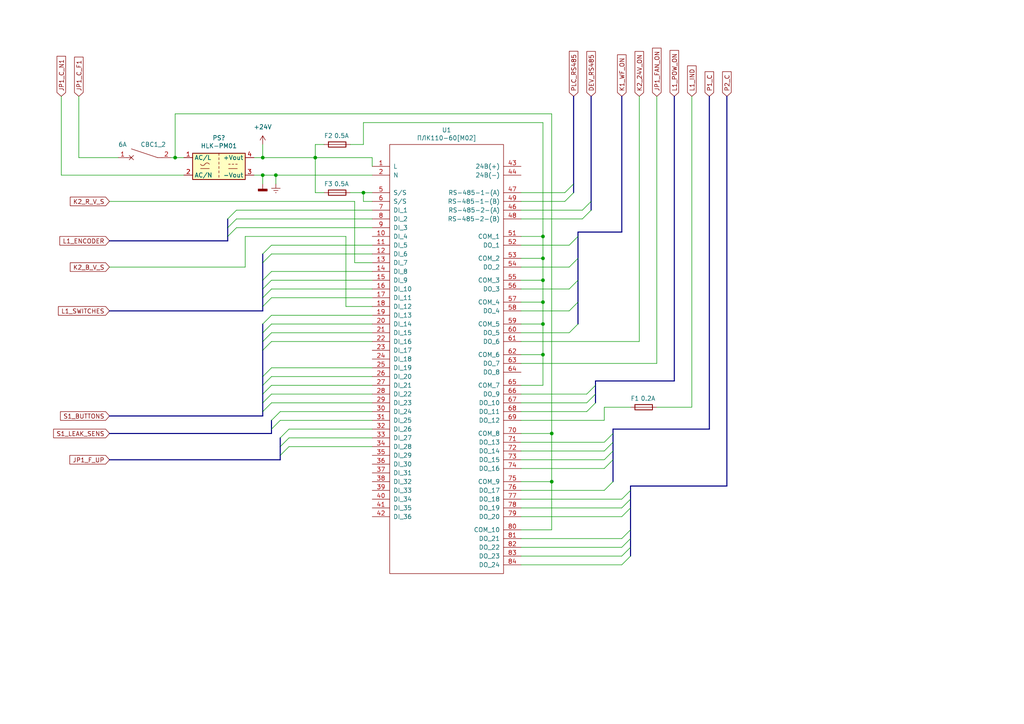
<source format=kicad_sch>
(kicad_sch (version 20211123) (generator eeschema)
  (paper "A4")
  (title_block (title "ПЛК, лист 1") (date "2023-02-01") (rev "2"))
  (lib_symbols
    (symbol "Converter_ACDC:HLK-PM01"
      (property "Reference" "PS" (at 0 5.08 0))
      (property "Value" "HLK-PM01" (at 0 -5.08 0))
      (symbol "HLK-PM01_0_1"
        (rectangle (start -7.62 3.81) (end 7.62 -3.81) (stroke (width 0.254)) (fill (type background)))
        (arc (start -5.334 0.635) (mid -4.699 0.2495) (end -4.064 0.635))
        (arc (start -2.794 0.635) (mid -3.429 1.0072) (end -4.064 0.635))
        (polyline (pts (xy -5.334 -0.635) (xy -2.794 -0.635)))
        (polyline (pts (xy 0 -2.54) (xy 0 -3.175)))
        (polyline (pts (xy 0 -1.27) (xy 0 -1.905)))
        (polyline (pts (xy 0 0) (xy 0 -0.635)))
        (polyline (pts (xy 0 1.27) (xy 0 0.635)))
        (polyline (pts (xy 0 2.54) (xy 0 1.905)))
        (polyline (pts (xy 0 3.81) (xy 0 3.175)))
        (polyline (pts (xy 2.794 -0.635) (xy 5.334 -0.635)))
        (polyline (pts (xy 2.794 0.635) (xy 3.302 0.635)))
        (polyline (pts (xy 3.81 0.635) (xy 4.318 0.635)))
        (polyline (pts (xy 4.826 0.635) (xy 5.334 0.635)))
      )
      (symbol "HLK-PM01_1_1"
        (pin power_in line (at -10.16 2.54 0) (length 2.54) (name "AC/L") (number "1"))
        (pin power_in line (at -10.16 -2.54 0) (length 2.54) (name "AC/N") (number "2"))
        (pin power_out line (at 10.16 -2.54 180) (length 2.54) (name "-Vout") (number "3"))
        (pin power_out line (at 10.16 2.54 180) (length 2.54) (name "+Vout") (number "4"))
      )
    )
    (symbol "Device:CircuitBreaker_1P"
      (property "Reference" "CB" (at 1.905 0 0))
      (property "Value" "CircuitBreaker_1P" (at 1.905 1.905 0))
      (symbol "CircuitBreaker_1P_0_1"
        (polyline (pts (xy 0 -5.08) (xy 0 -3.81)))
        (polyline (pts (xy 0 -3.81) (xy -2.54 3.81)))
      )
      (symbol "CircuitBreaker_1P_1_1"
        (polyline (pts (xy -0.635 4.445) (xy 0.635 3.175)))
        (polyline (pts (xy 0 5.08) (xy 0 3.81)))
        (polyline (pts (xy 0.635 4.445) (xy -0.635 3.175)))
        (pin passive line (at 0 7.62 270) (length 2.54) (name "~") (number "1"))
        (pin passive line (at 0 -7.62 90) (length 2.54) (name "~") (number "2"))
      )
    )
    (symbol "Device:Fuse" (pin_numbers hide) (pin_names (offset 0))
      (property "Reference" "F" (at 2.032 0 90))
      (property "Value" "Fuse" (at -1.905 0 90))
      (symbol "Fuse_0_1"
        (rectangle (start -0.762 -2.54) (end 0.762 2.54) (stroke (width 0.254)))
        (polyline (pts (xy 0 2.54) (xy 0 -2.54)))
      )
      (symbol "Fuse_1_1"
        (pin passive line (at 0 3.81 270) (length 1.27) (name "~") (number "1"))
        (pin passive line (at 0 -3.81 90) (length 1.27) (name "~") (number "2"))
      )
    )
    (symbol "plc_1-rescue:ПЛК110-60[М02]-plc" (pin_names (offset 1.016))
      (property "Reference" "U" (at 0 0 0))
      (property "Value" "ПЛК110-60[М02]-plc" (at 0 2.54 0))
      (symbol "ПЛК110-60[М02]-plc_1_1"
        (rectangle (start -16.51 3.81) (end 16.51 -120.65))
        (pin power_in line (at -21.59 -2.54 0) (length 5.08) (name "L") (number "1"))
        (pin input line (at -21.59 -22.86 0) (length 5.08) (name "DI_4") (number "10"))
        (pin input line (at -21.59 -25.4 0) (length 5.08) (name "DI_5") (number "11"))
        (pin input line (at -21.59 -27.94 0) (length 5.08) (name "DI_6") (number "12"))
        (pin input line (at -21.59 -30.48 0) (length 5.08) (name "DI_7") (number "13"))
        (pin input line (at -21.59 -33.02 0) (length 5.08) (name "DI_8") (number "14"))
        (pin input line (at -21.59 -35.56 0) (length 5.08) (name "DI_9") (number "15"))
        (pin input line (at -21.59 -38.1 0) (length 5.08) (name "DI_10") (number "16"))
        (pin input line (at -21.59 -40.64 0) (length 5.08) (name "DI_11") (number "17"))
        (pin input line (at -21.59 -43.18 0) (length 5.08) (name "DI_12") (number "18"))
        (pin input line (at -21.59 -45.72 0) (length 5.08) (name "DI_13") (number "19"))
        (pin power_in line (at -21.59 -5.08 0) (length 5.08) (name "N") (number "2"))
        (pin input line (at -21.59 -48.26 0) (length 5.08) (name "DI_14") (number "20"))
        (pin input line (at -21.59 -50.8 0) (length 5.08) (name "DI_15") (number "21"))
        (pin input line (at -21.59 -53.34 0) (length 5.08) (name "DI_16") (number "22"))
        (pin input line (at -21.59 -55.88 0) (length 5.08) (name "DI_17") (number "23"))
        (pin input line (at -21.59 -58.42 0) (length 5.08) (name "DI_18") (number "24"))
        (pin input line (at -21.59 -60.96 0) (length 5.08) (name "DI_19") (number "25"))
        (pin input line (at -21.59 -63.5 0) (length 5.08) (name "DI_20") (number "26"))
        (pin input line (at -21.59 -66.04 0) (length 5.08) (name "DI_21") (number "27"))
        (pin input line (at -21.59 -68.58 0) (length 5.08) (name "DI_22") (number "28"))
        (pin input line (at -21.59 -71.12 0) (length 5.08) (name "DI_23") (number "29"))
        (pin input line (at -21.59 -73.66 0) (length 5.08) (name "DI_24") (number "30"))
        (pin input line (at -21.59 -76.2 0) (length 5.08) (name "DI_25") (number "31"))
        (pin input line (at -21.59 -78.74 0) (length 5.08) (name "DI_26") (number "32"))
        (pin input line (at -21.59 -81.28 0) (length 5.08) (name "DI_27") (number "33"))
        (pin input line (at -21.59 -83.82 0) (length 5.08) (name "DI_28") (number "34"))
        (pin input line (at -21.59 -86.36 0) (length 5.08) (name "DI_29") (number "35"))
        (pin input line (at -21.59 -88.9 0) (length 5.08) (name "DI_30") (number "36"))
        (pin input line (at -21.59 -91.44 0) (length 5.08) (name "DI_31") (number "37"))
        (pin input line (at -21.59 -93.98 0) (length 5.08) (name "DI_32") (number "38"))
        (pin input line (at -21.59 -96.52 0) (length 5.08) (name "DI_33") (number "39"))
        (pin input line (at -21.59 -99.06 0) (length 5.08) (name "DI_34") (number "40"))
        (pin input line (at -21.59 -101.6 0) (length 5.08) (name "DI_35") (number "41"))
        (pin input line (at -21.59 -104.14 0) (length 5.08) (name "DI_36") (number "42"))
        (pin power_out line (at 21.59 -2.54 180) (length 5.08) (name "24В(+)") (number "43"))
        (pin power_out line (at 21.59 -5.08 180) (length 5.08) (name "24В(-)") (number "44"))
        (pin bidirectional line (at 21.59 -15.24 180) (length 5.08) (name "RS-485-2-(A)") (number "46"))
        (pin bidirectional line (at 21.59 -10.16 180) (length 5.08) (name "RS-485-1-(A)") (number "47"))
        (pin bidirectional line (at 21.59 -17.78 180) (length 5.08) (name "RS-485-2-(B)") (number "48"))
        (pin bidirectional line (at 21.59 -12.7 180) (length 5.08) (name "RS-485-1-(B)") (number "49"))
        (pin input line (at -21.59 -10.16 0) (length 5.08) (name "S/S") (number "5"))
        (pin output line (at 21.59 -22.86 180) (length 5.08) (name "COM_1") (number "51"))
        (pin output line (at 21.59 -25.4 180) (length 5.08) (name "DO_1") (number "52"))
        (pin output line (at 21.59 -29.21 180) (length 5.08) (name "COM_2") (number "53"))
        (pin output line (at 21.59 -31.75 180) (length 5.08) (name "DO_2") (number "54"))
        (pin output line (at 21.59 -35.56 180) (length 5.08) (name "COM_3") (number "55"))
        (pin output line (at 21.59 -38.1 180) (length 5.08) (name "DO_3") (number "56"))
        (pin output line (at 21.59 -41.91 180) (length 5.08) (name "COM_4") (number "57"))
        (pin output line (at 21.59 -44.45 180) (length 5.08) (name "DO_4") (number "58"))
        (pin output line (at 21.59 -48.26 180) (length 5.08) (name "COM_5") (number "59"))
        (pin input line (at -21.59 -12.7 0) (length 5.08) (name "S/S") (number "6"))
        (pin output line (at 21.59 -50.8 180) (length 5.08) (name "DO_5") (number "60"))
        (pin output line (at 21.59 -53.34 180) (length 5.08) (name "DO_6") (number "61"))
        (pin output line (at 21.59 -57.15 180) (length 5.08) (name "COM_6") (number "62"))
        (pin output line (at 21.59 -59.69 180) (length 5.08) (name "DO_7") (number "63"))
        (pin output line (at 21.59 -62.23 180) (length 5.08) (name "DO_8") (number "64"))
        (pin output line (at 21.59 -66.04 180) (length 5.08) (name "COM_7") (number "65"))
        (pin output line (at 21.59 -68.58 180) (length 5.08) (name "DO_9") (number "66"))
        (pin output line (at 21.59 -71.12 180) (length 5.08) (name "DO_10") (number "67"))
        (pin output line (at 21.59 -73.66 180) (length 5.08) (name "DO_11") (number "68"))
        (pin output line (at 21.59 -76.2 180) (length 5.08) (name "DO_12") (number "69"))
        (pin input line (at -21.59 -15.24 0) (length 5.08) (name "DI_1") (number "7"))
        (pin output line (at 21.59 -80.01 180) (length 5.08) (name "COM_8") (number "70"))
        (pin output line (at 21.59 -82.55 180) (length 5.08) (name "DO_13") (number "71"))
        (pin output line (at 21.59 -85.09 180) (length 5.08) (name "DO_14") (number "72"))
        (pin output line (at 21.59 -87.63 180) (length 5.08) (name "DO_15") (number "73"))
        (pin output line (at 21.59 -90.17 180) (length 5.08) (name "DO_16") (number "74"))
        (pin output line (at 21.59 -93.98 180) (length 5.08) (name "COM_9") (number "75"))
        (pin output line (at 21.59 -96.52 180) (length 5.08) (name "DO_17") (number "76"))
        (pin output line (at 21.59 -99.06 180) (length 5.08) (name "DO_18") (number "77"))
        (pin output line (at 21.59 -101.6 180) (length 5.08) (name "DO_19") (number "78"))
        (pin output line (at 21.59 -104.14 180) (length 5.08) (name "DO_20") (number "79"))
        (pin input line (at -21.59 -17.78 0) (length 5.08) (name "DI_2") (number "8"))
        (pin output line (at 21.59 -107.95 180) (length 5.08) (name "COM_10") (number "80"))
        (pin output line (at 21.59 -110.49 180) (length 5.08) (name "DO_21") (number "81"))
        (pin output line (at 21.59 -113.03 180) (length 5.08) (name "DO_22") (number "82"))
        (pin output line (at 21.59 -115.57 180) (length 5.08) (name "DO_23") (number "83"))
        (pin output line (at 21.59 -118.11 180) (length 5.08) (name "DO_24") (number "84"))
        (pin input line (at -21.59 -20.32 0) (length 5.08) (name "DI_3") (number "9"))
      )
    )
    (symbol "power:+24V" (power) (pin_names (offset 0))
      (property "Value" "+24V" (at 0 3.556 0))
      (symbol "+24V_0_1"
        (polyline (pts (xy -0.762 1.27) (xy 0 2.54)))
        (polyline (pts (xy 0 0) (xy 0 2.54)))
        (polyline (pts (xy 0 2.54) (xy 0.762 1.27)))
      )
      (symbol "+24V_1_1"
        (pin power_in line (at 0 0 90) (length 0) hide (name "+24V") (number "1"))
      )
    )
    (symbol "power:Earth" (power) (pin_names (offset 0))
      (symbol "Earth_0_1"
        (polyline (pts (xy -0.635 -1.905) (xy 0.635 -1.905)))
        (polyline (pts (xy -0.127 -2.54) (xy 0.127 -2.54)))
        (polyline (pts (xy 0 -1.27) (xy 0 0)))
        (polyline (pts (xy 1.27 -1.27) (xy -1.27 -1.27)))
      )
      (symbol "Earth_1_1"
        (pin power_in line (at 0 0 270) (length 0) hide (name "Earth") (number "1"))
      )
    )
    (symbol "power:GNDD" (power) (pin_names (offset 0))
      (property "Value" "GNDD" (at 0 -3.175 0))
      (symbol "GNDD_0_1"
        (rectangle (start -1.27 -1.524) (end 1.27 -2.032) (stroke (width 0.254)) (fill (type outline)))
        (polyline (pts (xy 0 0) (xy 0 -1.524)))
      )
      (symbol "GNDD_1_1"
        (pin power_in line (at 0 0 270) (length 0) hide (name "GNDD") (number "1"))
      )
    )
  )
  (junction (at 157.48 87.63))
  (junction (at 157.48 81.28))
  (junction (at 76.2 50.8))
  (junction (at 157.48 93.98))
  (junction (at 157.48 68.58))
  (junction (at 91.44 45.72))
  (junction (at 76.2 45.72))
  (junction (at 50.8 45.72))
  (junction (at 157.48 74.93))
  (junction (at 160.02 125.73))
  (junction (at 157.48 102.87))
  (junction (at 105.41 55.88))
  (junction (at 80.01 50.8))
  (junction (at 160.02 139.7))
  (bus_entry (at 165.1 96.52) (size 2.54 -2.54))
  (bus_entry (at 76.2 88.9) (size 2.54 -2.54))
  (bus_entry (at 170.18 114.3) (size 2.54 -2.54))
  (bus_entry (at 66.04 63.5) (size 2.54 -2.54))
  (bus_entry (at 76.2 114.3) (size 2.54 -2.54))
  (bus_entry (at 81.28 129.54) (size 2.54 -2.54))
  (bus_entry (at 175.26 135.89) (size 2.54 -2.54))
  (bus_entry (at 163.83 58.42) (size 2.54 -2.54))
  (bus_entry (at 180.34 156.21) (size 2.54 -2.54))
  (bus_entry (at 180.34 163.83) (size 2.54 -2.54))
  (bus_entry (at 165.1 83.82) (size 2.54 -2.54))
  (bus_entry (at 81.28 127) (size 2.54 -2.54))
  (bus_entry (at 76.2 119.38) (size 2.54 -2.54))
  (bus_entry (at 76.2 81.28) (size 2.54 -2.54))
  (bus_entry (at 168.91 63.5) (size 2.54 -2.54))
  (bus_entry (at 180.34 147.32) (size 2.54 -2.54))
  (bus_entry (at 66.04 68.58) (size 2.54 -2.54))
  (bus_entry (at 180.34 161.29) (size 2.54 -2.54))
  (bus_entry (at 175.26 128.27) (size 2.54 -2.54))
  (bus_entry (at 163.83 55.88) (size 2.54 -2.54))
  (bus_entry (at 168.91 60.96) (size 2.54 -2.54))
  (bus_entry (at 180.34 158.75) (size 2.54 -2.54))
  (bus_entry (at 76.2 99.06) (size 2.54 -2.54))
  (bus_entry (at 76.2 116.84) (size 2.54 -2.54))
  (bus_entry (at 76.2 83.82) (size 2.54 -2.54))
  (bus_entry (at 180.34 149.86) (size 2.54 -2.54))
  (bus_entry (at 175.26 130.81) (size 2.54 -2.54))
  (bus_entry (at 81.28 132.08) (size 2.54 -2.54))
  (bus_entry (at 78.74 121.92) (size 2.54 -2.54))
  (bus_entry (at 165.1 77.47) (size 2.54 -2.54))
  (bus_entry (at 170.18 119.38) (size 2.54 -2.54))
  (bus_entry (at 76.2 96.52) (size 2.54 -2.54))
  (bus_entry (at 180.34 144.78) (size 2.54 -2.54))
  (bus_entry (at 170.18 116.84) (size 2.54 -2.54))
  (bus_entry (at 76.2 86.36) (size 2.54 -2.54))
  (bus_entry (at 76.2 109.22) (size 2.54 -2.54))
  (bus_entry (at 76.2 93.98) (size 2.54 -2.54))
  (bus_entry (at 175.26 133.35) (size 2.54 -2.54))
  (bus_entry (at 175.26 142.24) (size 2.54 -2.54))
  (bus_entry (at 76.2 76.2) (size 2.54 -2.54))
  (bus_entry (at 76.2 101.6) (size 2.54 -2.54))
  (bus_entry (at 76.2 73.66) (size 2.54 -2.54))
  (bus_entry (at 66.04 66.04) (size 2.54 -2.54))
  (bus_entry (at 78.74 124.46) (size 2.54 -2.54))
  (bus_entry (at 165.1 90.17) (size 2.54 -2.54))
  (bus_entry (at 165.1 71.12) (size 2.54 -2.54))
  (bus_entry (at 76.2 111.76) (size 2.54 -2.54))
  (wire (pts (xy 107.95 81.28) (xy 78.74 81.28)))
  (wire (pts (xy 78.74 106.68) (xy 107.95 106.68)))
  (wire (pts (xy 151.13 60.96) (xy 168.91 60.96)))
  (wire (pts (xy 76.2 45.72) (xy 91.44 45.72)))
  (wire (pts (xy 157.48 68.58) (xy 157.48 74.93)))
  (wire (pts (xy 80.01 50.8) (xy 107.95 50.8)))
  (wire (pts (xy 80.01 50.8) (xy 80.01 53.34)))
  (bus (pts (xy 31.75 133.35) (xy 81.28 133.35)))
  (bus (pts (xy 205.74 27.94) (xy 205.74 124.46)))
  (wire (pts (xy 101.6 55.88) (xy 105.41 55.88)))
  (wire (pts (xy 107.95 45.72) (xy 107.95 48.26)))
  (bus (pts (xy 182.88 144.78) (xy 182.88 147.32)))
  (wire (pts (xy 151.13 93.98) (xy 157.48 93.98)))
  (wire (pts (xy 76.2 41.91) (xy 76.2 45.72)))
  (wire (pts (xy 151.13 161.29) (xy 180.34 161.29)))
  (wire (pts (xy 151.13 74.93) (xy 157.48 74.93)))
  (bus (pts (xy 167.64 68.58) (xy 167.64 74.93)))
  (bus (pts (xy 195.58 110.49) (xy 172.72 110.49)))
  (wire (pts (xy 93.98 55.88) (xy 91.44 55.88)))
  (wire (pts (xy 76.2 50.8) (xy 80.01 50.8)))
  (wire (pts (xy 107.95 99.06) (xy 78.74 99.06)))
  (bus (pts (xy 210.82 27.94) (xy 210.82 140.97)))
  (wire (pts (xy 200.66 118.11) (xy 190.5 118.11)))
  (wire (pts (xy 185.42 27.94) (xy 185.42 99.06)))
  (wire (pts (xy 78.74 71.12) (xy 107.95 71.12)))
  (wire (pts (xy 151.13 116.84) (xy 170.18 116.84)))
  (wire (pts (xy 83.82 129.54) (xy 107.95 129.54)))
  (wire (pts (xy 151.13 142.24) (xy 175.26 142.24)))
  (wire (pts (xy 151.13 55.88) (xy 163.83 55.88)))
  (bus (pts (xy 81.28 127) (xy 81.28 129.54)))
  (bus (pts (xy 76.2 101.6) (xy 76.2 109.22)))
  (bus (pts (xy 167.64 74.93) (xy 167.64 81.28)))
  (bus (pts (xy 182.88 153.67) (xy 182.88 156.21)))
  (wire (pts (xy 151.13 58.42) (xy 163.83 58.42)))
  (bus (pts (xy 76.2 120.65) (xy 31.75 120.65)))
  (wire (pts (xy 78.74 116.84) (xy 107.95 116.84)))
  (wire (pts (xy 157.48 87.63) (xy 157.48 93.98)))
  (wire (pts (xy 185.42 99.06) (xy 151.13 99.06)))
  (wire (pts (xy 17.78 27.94) (xy 17.78 50.8)))
  (wire (pts (xy 151.13 77.47) (xy 165.1 77.47)))
  (bus (pts (xy 81.28 132.08) (xy 81.28 133.35)))
  (bus (pts (xy 182.88 158.75) (xy 182.88 161.29)))
  (wire (pts (xy 157.48 111.76) (xy 157.48 102.87)))
  (bus (pts (xy 78.74 124.46) (xy 78.74 125.73)))
  (wire (pts (xy 49.53 45.72) (xy 50.8 45.72)))
  (wire (pts (xy 151.13 128.27) (xy 175.26 128.27)))
  (bus (pts (xy 172.72 110.49) (xy 172.72 111.76)))
  (wire (pts (xy 160.02 153.67) (xy 151.13 153.67)))
  (wire (pts (xy 151.13 81.28) (xy 157.48 81.28)))
  (wire (pts (xy 151.13 63.5) (xy 168.91 63.5)))
  (wire (pts (xy 151.13 68.58) (xy 157.48 68.58)))
  (wire (pts (xy 102.87 76.2) (xy 107.95 76.2)))
  (wire (pts (xy 107.95 86.36) (xy 78.74 86.36)))
  (wire (pts (xy 50.8 45.72) (xy 53.34 45.72)))
  (bus (pts (xy 177.8 128.27) (xy 177.8 130.81)))
  (wire (pts (xy 71.12 77.47) (xy 71.12 68.58)))
  (bus (pts (xy 167.64 81.28) (xy 167.64 87.63)))
  (wire (pts (xy 91.44 55.88) (xy 91.44 45.72)))
  (bus (pts (xy 205.74 124.46) (xy 177.8 124.46)))
  (bus (pts (xy 76.2 76.2) (xy 76.2 81.28)))
  (bus (pts (xy 76.2 111.76) (xy 76.2 114.3)))
  (bus (pts (xy 76.2 99.06) (xy 76.2 101.6)))
  (bus (pts (xy 76.2 86.36) (xy 76.2 88.9)))
  (wire (pts (xy 22.86 27.94) (xy 22.86 45.72)))
  (wire (pts (xy 151.13 135.89) (xy 175.26 135.89)))
  (wire (pts (xy 78.74 96.52) (xy 107.95 96.52)))
  (bus (pts (xy 166.37 53.34) (xy 166.37 55.88)))
  (wire (pts (xy 151.13 133.35) (xy 175.26 133.35)))
  (wire (pts (xy 151.13 163.83) (xy 180.34 163.83)))
  (bus (pts (xy 172.72 114.3) (xy 172.72 116.84)))
  (wire (pts (xy 160.02 139.7) (xy 160.02 153.67)))
  (wire (pts (xy 151.13 121.92) (xy 175.26 121.92)))
  (bus (pts (xy 210.82 140.97) (xy 182.88 140.97)))
  (wire (pts (xy 151.13 125.73) (xy 160.02 125.73)))
  (wire (pts (xy 50.8 33.02) (xy 50.8 45.72)))
  (wire (pts (xy 91.44 41.91) (xy 91.44 45.72)))
  (bus (pts (xy 31.75 125.73) (xy 78.74 125.73)))
  (bus (pts (xy 166.37 27.94) (xy 166.37 53.34)))
  (bus (pts (xy 177.8 125.73) (xy 177.8 124.46)))
  (wire (pts (xy 151.13 83.82) (xy 165.1 83.82)))
  (wire (pts (xy 71.12 68.58) (xy 100.33 68.58)))
  (wire (pts (xy 105.41 58.42) (xy 107.95 58.42)))
  (wire (pts (xy 68.58 63.5) (xy 107.95 63.5)))
  (wire (pts (xy 151.13 139.7) (xy 160.02 139.7)))
  (wire (pts (xy 151.13 96.52) (xy 165.1 96.52)))
  (wire (pts (xy 76.2 50.8) (xy 76.2 53.34)))
  (bus (pts (xy 76.2 83.82) (xy 76.2 86.36)))
  (wire (pts (xy 101.6 41.91) (xy 105.41 41.91)))
  (wire (pts (xy 73.66 50.8) (xy 76.2 50.8)))
  (wire (pts (xy 93.98 41.91) (xy 91.44 41.91)))
  (wire (pts (xy 105.41 41.91) (xy 105.41 35.56)))
  (bus (pts (xy 171.45 27.94) (xy 171.45 58.42)))
  (wire (pts (xy 31.75 77.47) (xy 71.12 77.47)))
  (wire (pts (xy 107.95 93.98) (xy 78.74 93.98)))
  (wire (pts (xy 68.58 60.96) (xy 107.95 60.96)))
  (bus (pts (xy 76.2 109.22) (xy 76.2 111.76)))
  (wire (pts (xy 78.74 78.74) (xy 107.95 78.74)))
  (wire (pts (xy 22.86 45.72) (xy 34.29 45.72)))
  (wire (pts (xy 91.44 45.72) (xy 107.95 45.72)))
  (bus (pts (xy 76.2 73.66) (xy 76.2 76.2)))
  (bus (pts (xy 182.88 147.32) (xy 182.88 153.67)))
  (wire (pts (xy 105.41 35.56) (xy 157.48 35.56)))
  (bus (pts (xy 76.2 96.52) (xy 76.2 99.06)))
  (bus (pts (xy 180.34 67.31) (xy 167.64 67.31)))
  (bus (pts (xy 31.75 90.17) (xy 76.2 90.17)))
  (wire (pts (xy 17.78 50.8) (xy 53.34 50.8)))
  (bus (pts (xy 171.45 58.42) (xy 171.45 60.96)))
  (bus (pts (xy 177.8 133.35) (xy 177.8 139.7)))
  (wire (pts (xy 81.28 121.92) (xy 107.95 121.92)))
  (wire (pts (xy 78.74 109.22) (xy 107.95 109.22)))
  (wire (pts (xy 107.95 55.88) (xy 105.41 55.88)))
  (wire (pts (xy 102.87 58.42) (xy 102.87 76.2)))
  (wire (pts (xy 81.28 119.38) (xy 107.95 119.38)))
  (wire (pts (xy 83.82 127) (xy 107.95 127)))
  (wire (pts (xy 151.13 87.63) (xy 157.48 87.63)))
  (bus (pts (xy 76.2 114.3) (xy 76.2 116.84)))
  (bus (pts (xy 182.88 156.21) (xy 182.88 158.75)))
  (bus (pts (xy 172.72 111.76) (xy 172.72 114.3)))
  (wire (pts (xy 151.13 130.81) (xy 175.26 130.81)))
  (bus (pts (xy 76.2 116.84) (xy 76.2 119.38)))
  (wire (pts (xy 78.74 83.82) (xy 107.95 83.82)))
  (wire (pts (xy 160.02 125.73) (xy 160.02 139.7)))
  (wire (pts (xy 175.26 118.11) (xy 182.88 118.11)))
  (wire (pts (xy 73.66 45.72) (xy 76.2 45.72)))
  (wire (pts (xy 151.13 71.12) (xy 165.1 71.12)))
  (bus (pts (xy 76.2 119.38) (xy 76.2 120.65)))
  (bus (pts (xy 195.58 27.94) (xy 195.58 110.49)))
  (bus (pts (xy 167.64 68.58) (xy 167.64 67.31)))
  (wire (pts (xy 83.82 124.46) (xy 107.95 124.46)))
  (wire (pts (xy 200.66 27.94) (xy 200.66 118.11)))
  (bus (pts (xy 66.04 66.04) (xy 66.04 68.58)))
  (wire (pts (xy 100.33 88.9) (xy 107.95 88.9)))
  (bus (pts (xy 76.2 81.28) (xy 76.2 83.82)))
  (wire (pts (xy 157.48 35.56) (xy 157.48 68.58)))
  (wire (pts (xy 151.13 119.38) (xy 170.18 119.38)))
  (wire (pts (xy 151.13 102.87) (xy 157.48 102.87)))
  (wire (pts (xy 78.74 111.76) (xy 107.95 111.76)))
  (bus (pts (xy 76.2 93.98) (xy 76.2 96.52)))
  (wire (pts (xy 31.75 58.42) (xy 102.87 58.42)))
  (wire (pts (xy 107.95 91.44) (xy 78.74 91.44)))
  (wire (pts (xy 100.33 68.58) (xy 100.33 88.9)))
  (wire (pts (xy 151.13 156.21) (xy 180.34 156.21)))
  (bus (pts (xy 182.88 142.24) (xy 182.88 144.78)))
  (wire (pts (xy 50.8 33.02) (xy 160.02 33.02)))
  (bus (pts (xy 180.34 27.94) (xy 180.34 67.31)))
  (wire (pts (xy 151.13 158.75) (xy 180.34 158.75)))
  (wire (pts (xy 157.48 74.93) (xy 157.48 81.28)))
  (wire (pts (xy 190.5 105.41) (xy 151.13 105.41)))
  (wire (pts (xy 151.13 147.32) (xy 180.34 147.32)))
  (wire (pts (xy 190.5 27.94) (xy 190.5 105.41)))
  (wire (pts (xy 105.41 55.88) (xy 105.41 58.42)))
  (wire (pts (xy 160.02 33.02) (xy 160.02 125.73)))
  (bus (pts (xy 167.64 87.63) (xy 167.64 93.98)))
  (wire (pts (xy 151.13 111.76) (xy 157.48 111.76)))
  (bus (pts (xy 177.8 125.73) (xy 177.8 128.27)))
  (wire (pts (xy 151.13 149.86) (xy 180.34 149.86)))
  (bus (pts (xy 81.28 129.54) (xy 81.28 132.08)))
  (wire (pts (xy 175.26 118.11) (xy 175.26 121.92)))
  (wire (pts (xy 157.48 93.98) (xy 157.48 102.87)))
  (bus (pts (xy 31.75 69.85) (xy 66.04 69.85)))
  (bus (pts (xy 66.04 68.58) (xy 66.04 69.85)))
  (bus (pts (xy 78.74 121.92) (xy 78.74 124.46)))
  (bus (pts (xy 182.88 142.24) (xy 182.88 140.97)))
  (bus (pts (xy 66.04 63.5) (xy 66.04 66.04)))
  (wire (pts (xy 151.13 114.3) (xy 170.18 114.3)))
  (wire (pts (xy 68.58 66.04) (xy 107.95 66.04)))
  (bus (pts (xy 177.8 130.81) (xy 177.8 133.35)))
  (wire (pts (xy 151.13 90.17) (xy 165.1 90.17)))
  (bus (pts (xy 76.2 88.9) (xy 76.2 90.17)))
  (wire (pts (xy 157.48 81.28) (xy 157.48 87.63)))
  (wire (pts (xy 78.74 73.66) (xy 107.95 73.66)))
  (wire (pts (xy 78.74 114.3) (xy 107.95 114.3)))
  (wire (pts (xy 151.13 144.78) (xy 180.34 144.78)))
  (global_label "Р1_C" (shape input) (at 205.74 27.94 90) (property "Intersheet References" "${INTERSHEET_REFS}" (effects hide)))
  (global_label "JP1_F_UP" (shape input) (at 31.75 133.35 180) (property "Intersheet References" "${INTERSHEET_REFS}" (effects hide)))
  (global_label "L1_SWITCHES" (shape input) (at 31.75 90.17 180) (property "Intersheet References" "${INTERSHEET_REFS}" (effects hide)))
  (global_label "L1_IND" (shape input) (at 200.66 27.94 90) (property "Intersheet References" "${INTERSHEET_REFS}" (effects hide)))
  (global_label "L1_ENCODER" (shape input) (at 31.75 69.85 180) (property "Intersheet References" "${INTERSHEET_REFS}" (effects hide)))
  (global_label "S1_BUTTONS" (shape input) (at 31.75 120.65 180) (property "Intersheet References" "${INTERSHEET_REFS}" (effects hide)))
  (global_label "Р2_C" (shape input) (at 210.82 27.94 90) (property "Intersheet References" "${INTERSHEET_REFS}" (effects hide)))
  (global_label "S1_LEAK_SENS" (shape input) (at 31.75 125.73 180) (property "Intersheet References" "${INTERSHEET_REFS}" (effects hide)))
  (global_label "K2_B_V_S" (shape input) (at 31.75 77.47 180) (property "Intersheet References" "${INTERSHEET_REFS}" (effects hide)))
  (global_label "K2_R_V_S" (shape input) (at 31.75 58.42 180) (property "Intersheet References" "${INTERSHEET_REFS}" (effects hide)))
  (global_label "JP1_FAN_ON" (shape input) (at 190.5 27.94 90) (property "Intersheet References" "${INTERSHEET_REFS}" (effects hide)))
  (global_label "DEV_RS485" (shape input) (at 171.45 27.94 90) (property "Intersheet References" "${INTERSHEET_REFS}" (effects hide)))
  (global_label "PLC_RS485" (shape input) (at 166.37 27.94 90) (property "Intersheet References" "${INTERSHEET_REFS}" (effects hide)))
  (global_label "JP1_C_N1" (shape input) (at 17.78 27.94 90) (property "Intersheet References" "${INTERSHEET_REFS}" (effects hide)))
  (global_label "L1_POW_ON" (shape input) (at 195.58 27.94 90) (property "Intersheet References" "${INTERSHEET_REFS}" (effects hide)))
  (global_label "K1_WF_ON" (shape input) (at 180.34 27.94 90) (property "Intersheet References" "${INTERSHEET_REFS}" (effects hide)))
  (global_label "JP1_C_F1" (shape input) (at 22.86 27.94 90) (property "Intersheet References" "${INTERSHEET_REFS}" (effects hide)))
  (global_label "K2_24V_ON" (shape input) (at 185.42 27.94 90) (property "Intersheet References" "${INTERSHEET_REFS}" (effects hide)))
  (symbol (lib_id "Converter_ACDC:HLK-PM01") (at 63.5 48.26 0) (unit 1)
    (property "Reference" "PS?" (at 63.5 40.005 0))
    (property "Value" "HLK-PM01" (at 63.5 42.3164 0))
    (property "Footprint" "Converter_ACDC:Converter_ACDC_HiLink_HLK-PMxx" (effects hide))
    (property "Datasheet" "http://www.hlktech.net/product_detail.php?ProId=54" (effects hide))
  )
  (symbol (lib_id "Device:CircuitBreaker_1P") (at 41.91 45.72 90) (mirror x) (unit 1)
    (property "Reference" "CBС1_2" (at 44.45 41.91 90))
    (property "Value" "6А" (at 35.56 41.91 90))
  )
  (symbol (lib_id "plc_1-rescue:ПЛК110-60[М02]-plc") (at 129.54 45.72 0) (unit 1)
    (property "Reference" "U1" (at 129.54 37.719 0))
    (property "Value" "ПЛК110-60[М02]" (at 129.54 40.0304 0))
  )
  (symbol (lib_id "power:+24V") (at 76.2 41.91 0) (unit 1)
    (property "Reference" "#PWR?" (effects hide))
    (property "Value" "+24V" (at 76.2 36.83 0))
  )
  (symbol (lib_id "power:GNDD") (at 76.2 53.34 0) (unit 1)
    (property "Reference" "#PWR?" (effects hide))
    (property "Value" "GNDD" (effects hide))
  )
  (symbol (lib_id "power:Earth") (at 80.01 53.34 0) (unit 1)
    (property "Reference" "#PWR?" (effects hide))
    (property "Value" "Earth" (effects hide))
  )
  (symbol (lib_id "Device:Fuse") (at 97.79 41.91 90) (unit 1)
    (property "Reference" "F2" (at 95.25 39.37 90))
    (property "Value" "0.5A" (at 99.06 39.37 90))
  )
  (symbol (lib_id "Device:Fuse") (at 97.79 55.88 90) (unit 1)
    (property "Reference" "F3" (at 95.25 53.34 90))
    (property "Value" "0.5A" (at 99.06 53.34 90))
  )
  (symbol (lib_id "Device:Fuse") (at 186.69 118.11 90) (unit 1)
    (property "Reference" "F1" (at 184.15 115.57 90))
    (property "Value" "0.2A" (at 187.96 115.57 90))
  )
)
</source>
